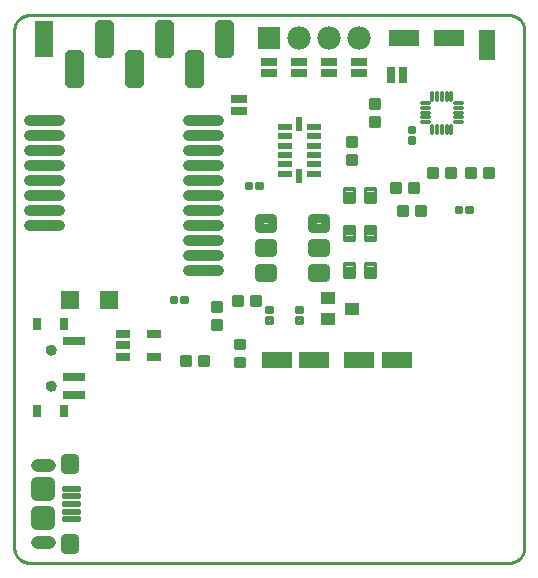
<source format=gts>
G75*
%MOIN*%
%OFA0B0*%
%FSLAX25Y25*%
%IPPOS*%
%LPD*%
%AMOC8*
5,1,8,0,0,1.08239X$1,22.5*
%
%ADD10C,0.01000*%
%ADD11R,0.10400X0.05400*%
%ADD12C,0.01450*%
%ADD13R,0.05400X0.10400*%
%ADD14C,0.03153*%
%ADD15R,0.05900X0.05900*%
%ADD16C,0.00850*%
%ADD17C,0.03200*%
%ADD18R,0.06400X0.12400*%
%ADD19R,0.07800X0.07800*%
%ADD20C,0.07800*%
%ADD21C,0.01100*%
%ADD22C,0.00975*%
%ADD23R,0.02900X0.05400*%
%ADD24R,0.05400X0.02900*%
%ADD25R,0.07487X0.03156*%
%ADD26R,0.03156X0.04400*%
%ADD27C,0.00000*%
%ADD28C,0.03600*%
%ADD29C,0.03600*%
%ADD30R,0.04900X0.04400*%
%ADD31R,0.05124X0.02369*%
%ADD32R,0.02369X0.05124*%
%ADD33C,0.01187*%
%ADD34R,0.05124X0.03117*%
%ADD35C,0.04400*%
%ADD36C,0.00987*%
%ADD37C,0.02956*%
%ADD38C,0.03940*%
D10*
X0008000Y0006500D02*
X0008000Y0179000D01*
X0008002Y0179140D01*
X0008008Y0179280D01*
X0008018Y0179420D01*
X0008031Y0179560D01*
X0008049Y0179699D01*
X0008071Y0179838D01*
X0008096Y0179975D01*
X0008125Y0180113D01*
X0008158Y0180249D01*
X0008195Y0180384D01*
X0008236Y0180518D01*
X0008281Y0180651D01*
X0008329Y0180783D01*
X0008381Y0180913D01*
X0008436Y0181042D01*
X0008495Y0181169D01*
X0008558Y0181295D01*
X0008624Y0181419D01*
X0008693Y0181540D01*
X0008766Y0181660D01*
X0008843Y0181778D01*
X0008922Y0181893D01*
X0009005Y0182007D01*
X0009091Y0182117D01*
X0009180Y0182226D01*
X0009272Y0182332D01*
X0009367Y0182435D01*
X0009464Y0182536D01*
X0009565Y0182633D01*
X0009668Y0182728D01*
X0009774Y0182820D01*
X0009883Y0182909D01*
X0009993Y0182995D01*
X0010107Y0183078D01*
X0010222Y0183157D01*
X0010340Y0183234D01*
X0010460Y0183307D01*
X0010581Y0183376D01*
X0010705Y0183442D01*
X0010831Y0183505D01*
X0010958Y0183564D01*
X0011087Y0183619D01*
X0011217Y0183671D01*
X0011349Y0183719D01*
X0011482Y0183764D01*
X0011616Y0183805D01*
X0011751Y0183842D01*
X0011887Y0183875D01*
X0012025Y0183904D01*
X0012162Y0183929D01*
X0012301Y0183951D01*
X0012440Y0183969D01*
X0012580Y0183982D01*
X0012720Y0183992D01*
X0012860Y0183998D01*
X0013000Y0184000D01*
X0173000Y0184000D01*
X0173140Y0183998D01*
X0173280Y0183992D01*
X0173420Y0183982D01*
X0173560Y0183969D01*
X0173699Y0183951D01*
X0173838Y0183929D01*
X0173975Y0183904D01*
X0174113Y0183875D01*
X0174249Y0183842D01*
X0174384Y0183805D01*
X0174518Y0183764D01*
X0174651Y0183719D01*
X0174783Y0183671D01*
X0174913Y0183619D01*
X0175042Y0183564D01*
X0175169Y0183505D01*
X0175295Y0183442D01*
X0175419Y0183376D01*
X0175540Y0183307D01*
X0175660Y0183234D01*
X0175778Y0183157D01*
X0175893Y0183078D01*
X0176007Y0182995D01*
X0176117Y0182909D01*
X0176226Y0182820D01*
X0176332Y0182728D01*
X0176435Y0182633D01*
X0176536Y0182536D01*
X0176633Y0182435D01*
X0176728Y0182332D01*
X0176820Y0182226D01*
X0176909Y0182117D01*
X0176995Y0182007D01*
X0177078Y0181893D01*
X0177157Y0181778D01*
X0177234Y0181660D01*
X0177307Y0181540D01*
X0177376Y0181419D01*
X0177442Y0181295D01*
X0177505Y0181169D01*
X0177564Y0181042D01*
X0177619Y0180913D01*
X0177671Y0180783D01*
X0177719Y0180651D01*
X0177764Y0180518D01*
X0177805Y0180384D01*
X0177842Y0180249D01*
X0177875Y0180113D01*
X0177904Y0179975D01*
X0177929Y0179838D01*
X0177951Y0179699D01*
X0177969Y0179560D01*
X0177982Y0179420D01*
X0177992Y0179280D01*
X0177998Y0179140D01*
X0178000Y0179000D01*
X0178000Y0006500D01*
X0177998Y0006360D01*
X0177992Y0006220D01*
X0177982Y0006080D01*
X0177969Y0005940D01*
X0177951Y0005801D01*
X0177929Y0005662D01*
X0177904Y0005525D01*
X0177875Y0005387D01*
X0177842Y0005251D01*
X0177805Y0005116D01*
X0177764Y0004982D01*
X0177719Y0004849D01*
X0177671Y0004717D01*
X0177619Y0004587D01*
X0177564Y0004458D01*
X0177505Y0004331D01*
X0177442Y0004205D01*
X0177376Y0004081D01*
X0177307Y0003960D01*
X0177234Y0003840D01*
X0177157Y0003722D01*
X0177078Y0003607D01*
X0176995Y0003493D01*
X0176909Y0003383D01*
X0176820Y0003274D01*
X0176728Y0003168D01*
X0176633Y0003065D01*
X0176536Y0002964D01*
X0176435Y0002867D01*
X0176332Y0002772D01*
X0176226Y0002680D01*
X0176117Y0002591D01*
X0176007Y0002505D01*
X0175893Y0002422D01*
X0175778Y0002343D01*
X0175660Y0002266D01*
X0175540Y0002193D01*
X0175419Y0002124D01*
X0175295Y0002058D01*
X0175169Y0001995D01*
X0175042Y0001936D01*
X0174913Y0001881D01*
X0174783Y0001829D01*
X0174651Y0001781D01*
X0174518Y0001736D01*
X0174384Y0001695D01*
X0174249Y0001658D01*
X0174113Y0001625D01*
X0173975Y0001596D01*
X0173838Y0001571D01*
X0173699Y0001549D01*
X0173560Y0001531D01*
X0173420Y0001518D01*
X0173280Y0001508D01*
X0173140Y0001502D01*
X0173000Y0001500D01*
X0013000Y0001500D01*
X0012860Y0001502D01*
X0012720Y0001508D01*
X0012580Y0001518D01*
X0012440Y0001531D01*
X0012301Y0001549D01*
X0012162Y0001571D01*
X0012025Y0001596D01*
X0011887Y0001625D01*
X0011751Y0001658D01*
X0011616Y0001695D01*
X0011482Y0001736D01*
X0011349Y0001781D01*
X0011217Y0001829D01*
X0011087Y0001881D01*
X0010958Y0001936D01*
X0010831Y0001995D01*
X0010705Y0002058D01*
X0010581Y0002124D01*
X0010460Y0002193D01*
X0010340Y0002266D01*
X0010222Y0002343D01*
X0010107Y0002422D01*
X0009993Y0002505D01*
X0009883Y0002591D01*
X0009774Y0002680D01*
X0009668Y0002772D01*
X0009565Y0002867D01*
X0009464Y0002964D01*
X0009367Y0003065D01*
X0009272Y0003168D01*
X0009180Y0003274D01*
X0009091Y0003383D01*
X0009005Y0003493D01*
X0008922Y0003607D01*
X0008843Y0003722D01*
X0008766Y0003840D01*
X0008693Y0003960D01*
X0008624Y0004081D01*
X0008558Y0004205D01*
X0008495Y0004331D01*
X0008436Y0004458D01*
X0008381Y0004587D01*
X0008329Y0004717D01*
X0008281Y0004849D01*
X0008236Y0004982D01*
X0008195Y0005116D01*
X0008158Y0005251D01*
X0008125Y0005387D01*
X0008096Y0005525D01*
X0008071Y0005662D01*
X0008049Y0005801D01*
X0008031Y0005940D01*
X0008018Y0006080D01*
X0008008Y0006220D01*
X0008002Y0006360D01*
X0008000Y0006500D01*
D11*
X0095500Y0069000D03*
X0108000Y0069000D03*
X0123000Y0069000D03*
X0135500Y0069000D03*
X0138000Y0176500D03*
X0153000Y0176500D03*
D12*
X0139775Y0146475D02*
X0139775Y0145025D01*
X0139775Y0146475D02*
X0141225Y0146475D01*
X0141225Y0145025D01*
X0139775Y0145025D01*
X0139775Y0146474D02*
X0141225Y0146474D01*
X0139775Y0142975D02*
X0139775Y0141525D01*
X0139775Y0142975D02*
X0141225Y0142975D01*
X0141225Y0141525D01*
X0139775Y0141525D01*
X0139775Y0142974D02*
X0141225Y0142974D01*
X0155525Y0118275D02*
X0156975Y0118275D01*
X0155525Y0118275D02*
X0155525Y0119725D01*
X0156975Y0119725D01*
X0156975Y0118275D01*
X0156975Y0119724D02*
X0155525Y0119724D01*
X0159025Y0118275D02*
X0160475Y0118275D01*
X0159025Y0118275D02*
X0159025Y0119725D01*
X0160475Y0119725D01*
X0160475Y0118275D01*
X0160475Y0119724D02*
X0159025Y0119724D01*
X0102275Y0086475D02*
X0102275Y0085025D01*
X0102275Y0086475D02*
X0103725Y0086475D01*
X0103725Y0085025D01*
X0102275Y0085025D01*
X0102275Y0086474D02*
X0103725Y0086474D01*
X0102275Y0082975D02*
X0102275Y0081525D01*
X0102275Y0082975D02*
X0103725Y0082975D01*
X0103725Y0081525D01*
X0102275Y0081525D01*
X0102275Y0082974D02*
X0103725Y0082974D01*
X0092275Y0082975D02*
X0092275Y0081525D01*
X0092275Y0082975D02*
X0093725Y0082975D01*
X0093725Y0081525D01*
X0092275Y0081525D01*
X0092275Y0082974D02*
X0093725Y0082974D01*
X0092275Y0085025D02*
X0092275Y0086475D01*
X0093725Y0086475D01*
X0093725Y0085025D01*
X0092275Y0085025D01*
X0092275Y0086474D02*
X0093725Y0086474D01*
X0065475Y0089725D02*
X0064025Y0089725D01*
X0065475Y0089725D02*
X0065475Y0088275D01*
X0064025Y0088275D01*
X0064025Y0089725D01*
X0064025Y0089724D02*
X0065475Y0089724D01*
X0061975Y0089725D02*
X0060525Y0089725D01*
X0061975Y0089725D02*
X0061975Y0088275D01*
X0060525Y0088275D01*
X0060525Y0089725D01*
X0060525Y0089724D02*
X0061975Y0089724D01*
X0085525Y0127725D02*
X0086975Y0127725D01*
X0086975Y0126275D01*
X0085525Y0126275D01*
X0085525Y0127725D01*
X0085525Y0127724D02*
X0086975Y0127724D01*
X0089025Y0127725D02*
X0090475Y0127725D01*
X0090475Y0126275D01*
X0089025Y0126275D01*
X0089025Y0127725D01*
X0089025Y0127724D02*
X0090475Y0127724D01*
D13*
X0165500Y0174000D03*
D14*
X0111525Y0116345D02*
X0107191Y0116345D01*
X0111525Y0116345D02*
X0111525Y0113191D01*
X0107191Y0113191D01*
X0107191Y0116345D01*
X0107191Y0116343D02*
X0111525Y0116343D01*
X0111525Y0108077D02*
X0107191Y0108077D01*
X0111525Y0108077D02*
X0111525Y0104923D01*
X0107191Y0104923D01*
X0107191Y0108077D01*
X0107191Y0108075D02*
X0111525Y0108075D01*
X0111525Y0099809D02*
X0107191Y0099809D01*
X0111525Y0099809D02*
X0111525Y0096655D01*
X0107191Y0096655D01*
X0107191Y0099809D01*
X0107191Y0099807D02*
X0111525Y0099807D01*
X0093809Y0099809D02*
X0089475Y0099809D01*
X0093809Y0099809D02*
X0093809Y0096655D01*
X0089475Y0096655D01*
X0089475Y0099809D01*
X0089475Y0099807D02*
X0093809Y0099807D01*
X0093809Y0108077D02*
X0089475Y0108077D01*
X0093809Y0108077D02*
X0093809Y0104923D01*
X0089475Y0104923D01*
X0089475Y0108077D01*
X0089475Y0108075D02*
X0093809Y0108075D01*
X0093809Y0116345D02*
X0089475Y0116345D01*
X0093809Y0116345D02*
X0093809Y0113191D01*
X0089475Y0113191D01*
X0089475Y0116345D01*
X0089475Y0116343D02*
X0093809Y0116343D01*
D15*
X0039500Y0089000D03*
X0026500Y0089000D03*
D16*
X0084525Y0075775D02*
X0084525Y0073225D01*
X0081475Y0073225D01*
X0081475Y0075775D01*
X0084525Y0075775D01*
X0084525Y0074074D02*
X0081475Y0074074D01*
X0081475Y0074923D02*
X0084525Y0074923D01*
X0084525Y0075772D02*
X0081475Y0075772D01*
X0084525Y0069775D02*
X0084525Y0067225D01*
X0081475Y0067225D01*
X0081475Y0069775D01*
X0084525Y0069775D01*
X0084525Y0068074D02*
X0081475Y0068074D01*
X0081475Y0068923D02*
X0084525Y0068923D01*
X0084525Y0069772D02*
X0081475Y0069772D01*
D17*
X0069600Y0161526D02*
X0069600Y0170726D01*
X0069600Y0161526D02*
X0066400Y0161526D01*
X0066400Y0170726D01*
X0069600Y0170726D01*
X0069600Y0164725D02*
X0066400Y0164725D01*
X0066400Y0167924D02*
X0069600Y0167924D01*
X0079600Y0171526D02*
X0079600Y0180726D01*
X0079600Y0171526D02*
X0076400Y0171526D01*
X0076400Y0180726D01*
X0079600Y0180726D01*
X0079600Y0174725D02*
X0076400Y0174725D01*
X0076400Y0177924D02*
X0079600Y0177924D01*
X0059600Y0180726D02*
X0059600Y0171526D01*
X0056400Y0171526D01*
X0056400Y0180726D01*
X0059600Y0180726D01*
X0059600Y0174725D02*
X0056400Y0174725D01*
X0056400Y0177924D02*
X0059600Y0177924D01*
X0049600Y0170726D02*
X0049600Y0161526D01*
X0046400Y0161526D01*
X0046400Y0170726D01*
X0049600Y0170726D01*
X0049600Y0164725D02*
X0046400Y0164725D01*
X0046400Y0167924D02*
X0049600Y0167924D01*
X0039600Y0171526D02*
X0039600Y0180726D01*
X0039600Y0171526D02*
X0036400Y0171526D01*
X0036400Y0180726D01*
X0039600Y0180726D01*
X0039600Y0174725D02*
X0036400Y0174725D01*
X0036400Y0177924D02*
X0039600Y0177924D01*
X0029600Y0170726D02*
X0029600Y0161526D01*
X0026400Y0161526D01*
X0026400Y0170726D01*
X0029600Y0170726D01*
X0029600Y0164725D02*
X0026400Y0164725D01*
X0026400Y0167924D02*
X0029600Y0167924D01*
D18*
X0018000Y0176126D03*
D19*
X0093000Y0176500D03*
D20*
X0103000Y0176500D03*
X0113000Y0176500D03*
X0123000Y0176500D03*
D21*
X0121150Y0121600D02*
X0117850Y0121600D01*
X0117850Y0126400D01*
X0121150Y0126400D01*
X0121150Y0121600D01*
X0121150Y0122699D02*
X0117850Y0122699D01*
X0117850Y0123798D02*
X0121150Y0123798D01*
X0121150Y0124897D02*
X0117850Y0124897D01*
X0117850Y0125996D02*
X0121150Y0125996D01*
X0124850Y0121600D02*
X0128150Y0121600D01*
X0124850Y0121600D02*
X0124850Y0126400D01*
X0128150Y0126400D01*
X0128150Y0121600D01*
X0128150Y0122699D02*
X0124850Y0122699D01*
X0124850Y0123798D02*
X0128150Y0123798D01*
X0128150Y0124897D02*
X0124850Y0124897D01*
X0124850Y0125996D02*
X0128150Y0125996D01*
X0128150Y0109100D02*
X0124850Y0109100D01*
X0124850Y0113900D01*
X0128150Y0113900D01*
X0128150Y0109100D01*
X0128150Y0110199D02*
X0124850Y0110199D01*
X0124850Y0111298D02*
X0128150Y0111298D01*
X0128150Y0112397D02*
X0124850Y0112397D01*
X0124850Y0113496D02*
X0128150Y0113496D01*
X0121150Y0109100D02*
X0117850Y0109100D01*
X0117850Y0113900D01*
X0121150Y0113900D01*
X0121150Y0109100D01*
X0121150Y0110199D02*
X0117850Y0110199D01*
X0117850Y0111298D02*
X0121150Y0111298D01*
X0121150Y0112397D02*
X0117850Y0112397D01*
X0117850Y0113496D02*
X0121150Y0113496D01*
X0121150Y0096600D02*
X0117850Y0096600D01*
X0117850Y0101400D01*
X0121150Y0101400D01*
X0121150Y0096600D01*
X0121150Y0097699D02*
X0117850Y0097699D01*
X0117850Y0098798D02*
X0121150Y0098798D01*
X0121150Y0099897D02*
X0117850Y0099897D01*
X0117850Y0100996D02*
X0121150Y0100996D01*
X0124850Y0096600D02*
X0128150Y0096600D01*
X0124850Y0096600D02*
X0124850Y0101400D01*
X0128150Y0101400D01*
X0128150Y0096600D01*
X0128150Y0097699D02*
X0124850Y0097699D01*
X0124850Y0098798D02*
X0128150Y0098798D01*
X0128150Y0099897D02*
X0124850Y0099897D01*
X0124850Y0100996D02*
X0128150Y0100996D01*
D22*
X0136037Y0117537D02*
X0138963Y0117537D01*
X0136037Y0117537D02*
X0136037Y0120463D01*
X0138963Y0120463D01*
X0138963Y0117537D01*
X0138963Y0118511D02*
X0136037Y0118511D01*
X0136037Y0119485D02*
X0138963Y0119485D01*
X0138963Y0120459D02*
X0136037Y0120459D01*
X0136463Y0125037D02*
X0133537Y0125037D01*
X0133537Y0127963D01*
X0136463Y0127963D01*
X0136463Y0125037D01*
X0136463Y0126011D02*
X0133537Y0126011D01*
X0133537Y0126985D02*
X0136463Y0126985D01*
X0136463Y0127959D02*
X0133537Y0127959D01*
X0139537Y0125037D02*
X0142463Y0125037D01*
X0139537Y0125037D02*
X0139537Y0127963D01*
X0142463Y0127963D01*
X0142463Y0125037D01*
X0142463Y0126011D02*
X0139537Y0126011D01*
X0139537Y0126985D02*
X0142463Y0126985D01*
X0142463Y0127959D02*
X0139537Y0127959D01*
X0146037Y0130037D02*
X0148963Y0130037D01*
X0146037Y0130037D02*
X0146037Y0132963D01*
X0148963Y0132963D01*
X0148963Y0130037D01*
X0148963Y0131011D02*
X0146037Y0131011D01*
X0146037Y0131985D02*
X0148963Y0131985D01*
X0148963Y0132959D02*
X0146037Y0132959D01*
X0152037Y0130037D02*
X0154963Y0130037D01*
X0152037Y0130037D02*
X0152037Y0132963D01*
X0154963Y0132963D01*
X0154963Y0130037D01*
X0154963Y0131011D02*
X0152037Y0131011D01*
X0152037Y0131985D02*
X0154963Y0131985D01*
X0154963Y0132959D02*
X0152037Y0132959D01*
X0158537Y0132963D02*
X0161463Y0132963D01*
X0161463Y0130037D01*
X0158537Y0130037D01*
X0158537Y0132963D01*
X0158537Y0131011D02*
X0161463Y0131011D01*
X0161463Y0131985D02*
X0158537Y0131985D01*
X0158537Y0132959D02*
X0161463Y0132959D01*
X0164537Y0132963D02*
X0167463Y0132963D01*
X0167463Y0130037D01*
X0164537Y0130037D01*
X0164537Y0132963D01*
X0164537Y0131011D02*
X0167463Y0131011D01*
X0167463Y0131985D02*
X0164537Y0131985D01*
X0164537Y0132959D02*
X0167463Y0132959D01*
X0144963Y0117537D02*
X0142037Y0117537D01*
X0142037Y0120463D01*
X0144963Y0120463D01*
X0144963Y0117537D01*
X0144963Y0118511D02*
X0142037Y0118511D01*
X0142037Y0119485D02*
X0144963Y0119485D01*
X0144963Y0120459D02*
X0142037Y0120459D01*
X0119037Y0134537D02*
X0119037Y0137463D01*
X0121963Y0137463D01*
X0121963Y0134537D01*
X0119037Y0134537D01*
X0119037Y0135511D02*
X0121963Y0135511D01*
X0121963Y0136485D02*
X0119037Y0136485D01*
X0119037Y0137459D02*
X0121963Y0137459D01*
X0119037Y0140537D02*
X0119037Y0143463D01*
X0121963Y0143463D01*
X0121963Y0140537D01*
X0119037Y0140537D01*
X0119037Y0141511D02*
X0121963Y0141511D01*
X0121963Y0142485D02*
X0119037Y0142485D01*
X0119037Y0143459D02*
X0121963Y0143459D01*
X0129463Y0147037D02*
X0129463Y0149963D01*
X0129463Y0147037D02*
X0126537Y0147037D01*
X0126537Y0149963D01*
X0129463Y0149963D01*
X0129463Y0148011D02*
X0126537Y0148011D01*
X0126537Y0148985D02*
X0129463Y0148985D01*
X0129463Y0149959D02*
X0126537Y0149959D01*
X0129463Y0153037D02*
X0129463Y0155963D01*
X0129463Y0153037D02*
X0126537Y0153037D01*
X0126537Y0155963D01*
X0129463Y0155963D01*
X0129463Y0154011D02*
X0126537Y0154011D01*
X0126537Y0154985D02*
X0129463Y0154985D01*
X0129463Y0155959D02*
X0126537Y0155959D01*
X0089963Y0090463D02*
X0087037Y0090463D01*
X0089963Y0090463D02*
X0089963Y0087537D01*
X0087037Y0087537D01*
X0087037Y0090463D01*
X0087037Y0088511D02*
X0089963Y0088511D01*
X0089963Y0089485D02*
X0087037Y0089485D01*
X0087037Y0090459D02*
X0089963Y0090459D01*
X0083963Y0090463D02*
X0081037Y0090463D01*
X0083963Y0090463D02*
X0083963Y0087537D01*
X0081037Y0087537D01*
X0081037Y0090463D01*
X0081037Y0088511D02*
X0083963Y0088511D01*
X0083963Y0089485D02*
X0081037Y0089485D01*
X0081037Y0090459D02*
X0083963Y0090459D01*
X0074037Y0088463D02*
X0074037Y0085537D01*
X0074037Y0088463D02*
X0076963Y0088463D01*
X0076963Y0085537D01*
X0074037Y0085537D01*
X0074037Y0086511D02*
X0076963Y0086511D01*
X0076963Y0087485D02*
X0074037Y0087485D01*
X0074037Y0088459D02*
X0076963Y0088459D01*
X0074037Y0082463D02*
X0074037Y0079537D01*
X0074037Y0082463D02*
X0076963Y0082463D01*
X0076963Y0079537D01*
X0074037Y0079537D01*
X0074037Y0080511D02*
X0076963Y0080511D01*
X0076963Y0081485D02*
X0074037Y0081485D01*
X0074037Y0082459D02*
X0076963Y0082459D01*
X0072463Y0067537D02*
X0069537Y0067537D01*
X0069537Y0070463D01*
X0072463Y0070463D01*
X0072463Y0067537D01*
X0072463Y0068511D02*
X0069537Y0068511D01*
X0069537Y0069485D02*
X0072463Y0069485D01*
X0072463Y0070459D02*
X0069537Y0070459D01*
X0066463Y0067537D02*
X0063537Y0067537D01*
X0063537Y0070463D01*
X0066463Y0070463D01*
X0066463Y0067537D01*
X0066463Y0068511D02*
X0063537Y0068511D01*
X0063537Y0069485D02*
X0066463Y0069485D01*
X0066463Y0070459D02*
X0063537Y0070459D01*
D23*
X0133500Y0164000D03*
X0137500Y0164000D03*
D24*
X0123000Y0164728D03*
X0123000Y0168272D03*
X0113000Y0168272D03*
X0113000Y0164728D03*
X0103000Y0164728D03*
X0103000Y0168272D03*
X0093000Y0168272D03*
X0093000Y0164728D03*
X0083000Y0156000D03*
X0083000Y0152000D03*
D25*
X0027913Y0075500D03*
X0027913Y0063500D03*
X0027913Y0057500D03*
D26*
X0024654Y0052000D03*
X0015598Y0052000D03*
X0015598Y0081000D03*
X0024654Y0081000D03*
D27*
X0018526Y0072500D02*
X0018528Y0072580D01*
X0018534Y0072659D01*
X0018544Y0072738D01*
X0018558Y0072817D01*
X0018575Y0072895D01*
X0018597Y0072972D01*
X0018622Y0073047D01*
X0018652Y0073121D01*
X0018684Y0073194D01*
X0018721Y0073265D01*
X0018761Y0073334D01*
X0018804Y0073401D01*
X0018851Y0073466D01*
X0018900Y0073528D01*
X0018953Y0073588D01*
X0019009Y0073645D01*
X0019067Y0073700D01*
X0019128Y0073751D01*
X0019192Y0073799D01*
X0019258Y0073844D01*
X0019326Y0073886D01*
X0019396Y0073924D01*
X0019468Y0073958D01*
X0019541Y0073989D01*
X0019616Y0074017D01*
X0019693Y0074040D01*
X0019770Y0074060D01*
X0019848Y0074076D01*
X0019927Y0074088D01*
X0020006Y0074096D01*
X0020086Y0074100D01*
X0020166Y0074100D01*
X0020246Y0074096D01*
X0020325Y0074088D01*
X0020404Y0074076D01*
X0020482Y0074060D01*
X0020559Y0074040D01*
X0020636Y0074017D01*
X0020711Y0073989D01*
X0020784Y0073958D01*
X0020856Y0073924D01*
X0020926Y0073886D01*
X0020994Y0073844D01*
X0021060Y0073799D01*
X0021124Y0073751D01*
X0021185Y0073700D01*
X0021243Y0073645D01*
X0021299Y0073588D01*
X0021352Y0073528D01*
X0021401Y0073466D01*
X0021448Y0073401D01*
X0021491Y0073334D01*
X0021531Y0073265D01*
X0021568Y0073194D01*
X0021600Y0073121D01*
X0021630Y0073047D01*
X0021655Y0072972D01*
X0021677Y0072895D01*
X0021694Y0072817D01*
X0021708Y0072738D01*
X0021718Y0072659D01*
X0021724Y0072580D01*
X0021726Y0072500D01*
X0021724Y0072420D01*
X0021718Y0072341D01*
X0021708Y0072262D01*
X0021694Y0072183D01*
X0021677Y0072105D01*
X0021655Y0072028D01*
X0021630Y0071953D01*
X0021600Y0071879D01*
X0021568Y0071806D01*
X0021531Y0071735D01*
X0021491Y0071666D01*
X0021448Y0071599D01*
X0021401Y0071534D01*
X0021352Y0071472D01*
X0021299Y0071412D01*
X0021243Y0071355D01*
X0021185Y0071300D01*
X0021124Y0071249D01*
X0021060Y0071201D01*
X0020994Y0071156D01*
X0020926Y0071114D01*
X0020856Y0071076D01*
X0020784Y0071042D01*
X0020711Y0071011D01*
X0020636Y0070983D01*
X0020559Y0070960D01*
X0020482Y0070940D01*
X0020404Y0070924D01*
X0020325Y0070912D01*
X0020246Y0070904D01*
X0020166Y0070900D01*
X0020086Y0070900D01*
X0020006Y0070904D01*
X0019927Y0070912D01*
X0019848Y0070924D01*
X0019770Y0070940D01*
X0019693Y0070960D01*
X0019616Y0070983D01*
X0019541Y0071011D01*
X0019468Y0071042D01*
X0019396Y0071076D01*
X0019326Y0071114D01*
X0019258Y0071156D01*
X0019192Y0071201D01*
X0019128Y0071249D01*
X0019067Y0071300D01*
X0019009Y0071355D01*
X0018953Y0071412D01*
X0018900Y0071472D01*
X0018851Y0071534D01*
X0018804Y0071599D01*
X0018761Y0071666D01*
X0018721Y0071735D01*
X0018684Y0071806D01*
X0018652Y0071879D01*
X0018622Y0071953D01*
X0018597Y0072028D01*
X0018575Y0072105D01*
X0018558Y0072183D01*
X0018544Y0072262D01*
X0018534Y0072341D01*
X0018528Y0072420D01*
X0018526Y0072500D01*
X0018526Y0060500D02*
X0018528Y0060580D01*
X0018534Y0060659D01*
X0018544Y0060738D01*
X0018558Y0060817D01*
X0018575Y0060895D01*
X0018597Y0060972D01*
X0018622Y0061047D01*
X0018652Y0061121D01*
X0018684Y0061194D01*
X0018721Y0061265D01*
X0018761Y0061334D01*
X0018804Y0061401D01*
X0018851Y0061466D01*
X0018900Y0061528D01*
X0018953Y0061588D01*
X0019009Y0061645D01*
X0019067Y0061700D01*
X0019128Y0061751D01*
X0019192Y0061799D01*
X0019258Y0061844D01*
X0019326Y0061886D01*
X0019396Y0061924D01*
X0019468Y0061958D01*
X0019541Y0061989D01*
X0019616Y0062017D01*
X0019693Y0062040D01*
X0019770Y0062060D01*
X0019848Y0062076D01*
X0019927Y0062088D01*
X0020006Y0062096D01*
X0020086Y0062100D01*
X0020166Y0062100D01*
X0020246Y0062096D01*
X0020325Y0062088D01*
X0020404Y0062076D01*
X0020482Y0062060D01*
X0020559Y0062040D01*
X0020636Y0062017D01*
X0020711Y0061989D01*
X0020784Y0061958D01*
X0020856Y0061924D01*
X0020926Y0061886D01*
X0020994Y0061844D01*
X0021060Y0061799D01*
X0021124Y0061751D01*
X0021185Y0061700D01*
X0021243Y0061645D01*
X0021299Y0061588D01*
X0021352Y0061528D01*
X0021401Y0061466D01*
X0021448Y0061401D01*
X0021491Y0061334D01*
X0021531Y0061265D01*
X0021568Y0061194D01*
X0021600Y0061121D01*
X0021630Y0061047D01*
X0021655Y0060972D01*
X0021677Y0060895D01*
X0021694Y0060817D01*
X0021708Y0060738D01*
X0021718Y0060659D01*
X0021724Y0060580D01*
X0021726Y0060500D01*
X0021724Y0060420D01*
X0021718Y0060341D01*
X0021708Y0060262D01*
X0021694Y0060183D01*
X0021677Y0060105D01*
X0021655Y0060028D01*
X0021630Y0059953D01*
X0021600Y0059879D01*
X0021568Y0059806D01*
X0021531Y0059735D01*
X0021491Y0059666D01*
X0021448Y0059599D01*
X0021401Y0059534D01*
X0021352Y0059472D01*
X0021299Y0059412D01*
X0021243Y0059355D01*
X0021185Y0059300D01*
X0021124Y0059249D01*
X0021060Y0059201D01*
X0020994Y0059156D01*
X0020926Y0059114D01*
X0020856Y0059076D01*
X0020784Y0059042D01*
X0020711Y0059011D01*
X0020636Y0058983D01*
X0020559Y0058960D01*
X0020482Y0058940D01*
X0020404Y0058924D01*
X0020325Y0058912D01*
X0020246Y0058904D01*
X0020166Y0058900D01*
X0020086Y0058900D01*
X0020006Y0058904D01*
X0019927Y0058912D01*
X0019848Y0058924D01*
X0019770Y0058940D01*
X0019693Y0058960D01*
X0019616Y0058983D01*
X0019541Y0059011D01*
X0019468Y0059042D01*
X0019396Y0059076D01*
X0019326Y0059114D01*
X0019258Y0059156D01*
X0019192Y0059201D01*
X0019128Y0059249D01*
X0019067Y0059300D01*
X0019009Y0059355D01*
X0018953Y0059412D01*
X0018900Y0059472D01*
X0018851Y0059534D01*
X0018804Y0059599D01*
X0018761Y0059666D01*
X0018721Y0059735D01*
X0018684Y0059806D01*
X0018652Y0059879D01*
X0018622Y0059953D01*
X0018597Y0060028D01*
X0018575Y0060105D01*
X0018558Y0060183D01*
X0018544Y0060262D01*
X0018534Y0060341D01*
X0018528Y0060420D01*
X0018526Y0060500D01*
D28*
X0020126Y0060500D03*
X0020126Y0072500D03*
D29*
X0023000Y0114000D02*
X0013000Y0114000D01*
X0013000Y0119000D02*
X0023000Y0119000D01*
X0023000Y0124000D02*
X0013000Y0124000D01*
X0013000Y0129000D02*
X0023000Y0129000D01*
X0023000Y0134000D02*
X0013000Y0134000D01*
X0013000Y0139000D02*
X0023000Y0139000D01*
X0023000Y0144000D02*
X0013000Y0144000D01*
X0013000Y0149000D02*
X0023000Y0149000D01*
X0065800Y0149100D02*
X0075800Y0149100D01*
X0075800Y0144100D02*
X0065800Y0144100D01*
X0065800Y0139100D02*
X0075800Y0139100D01*
X0075800Y0134100D02*
X0065800Y0134100D01*
X0065800Y0129100D02*
X0075800Y0129100D01*
X0075800Y0124100D02*
X0065800Y0124100D01*
X0065800Y0119100D02*
X0075800Y0119100D01*
X0075800Y0114100D02*
X0065800Y0114100D01*
X0065800Y0109100D02*
X0075800Y0109100D01*
X0075800Y0104100D02*
X0065800Y0104100D01*
X0065800Y0099100D02*
X0075800Y0099100D01*
D30*
X0112563Y0089626D03*
X0112563Y0082626D03*
X0120563Y0086126D03*
D31*
X0107724Y0131126D03*
X0107724Y0134276D03*
X0107724Y0137425D03*
X0107724Y0140575D03*
X0107724Y0143724D03*
X0107724Y0146874D03*
X0098276Y0146874D03*
X0098276Y0143724D03*
X0098276Y0140575D03*
X0098276Y0137425D03*
X0098276Y0134276D03*
X0098276Y0131126D03*
D32*
X0103000Y0130339D03*
X0103000Y0147661D03*
D33*
X0143806Y0148350D02*
X0146170Y0148350D01*
X0143806Y0148350D02*
X0143806Y0148350D01*
X0146170Y0148350D01*
X0146170Y0148350D01*
X0146170Y0149925D02*
X0143806Y0149925D01*
X0143806Y0149925D01*
X0146170Y0149925D01*
X0146170Y0149925D01*
X0146170Y0151500D02*
X0143806Y0151500D01*
X0143806Y0151500D01*
X0146170Y0151500D01*
X0146170Y0151500D01*
X0146170Y0153075D02*
X0143806Y0153075D01*
X0143806Y0153075D01*
X0146170Y0153075D01*
X0146170Y0153075D01*
X0146170Y0154650D02*
X0143806Y0154650D01*
X0143806Y0154650D01*
X0146170Y0154650D01*
X0146170Y0154650D01*
X0147350Y0155830D02*
X0147350Y0158194D01*
X0147350Y0158194D01*
X0147350Y0155830D01*
X0147350Y0155830D01*
X0147350Y0157016D02*
X0147350Y0157016D01*
X0148925Y0158194D02*
X0148925Y0155830D01*
X0148925Y0158194D02*
X0148925Y0158194D01*
X0148925Y0155830D01*
X0148925Y0155830D01*
X0148925Y0157016D02*
X0148925Y0157016D01*
X0150500Y0158194D02*
X0150500Y0155830D01*
X0150500Y0158194D02*
X0150500Y0158194D01*
X0150500Y0155830D01*
X0150500Y0155830D01*
X0150500Y0157016D02*
X0150500Y0157016D01*
X0152075Y0158194D02*
X0152075Y0155830D01*
X0152075Y0158194D02*
X0152075Y0158194D01*
X0152075Y0155830D01*
X0152075Y0155830D01*
X0152075Y0157016D02*
X0152075Y0157016D01*
X0153650Y0158194D02*
X0153650Y0155830D01*
X0153650Y0158194D02*
X0153650Y0158194D01*
X0153650Y0155830D01*
X0153650Y0155830D01*
X0153650Y0157016D02*
X0153650Y0157016D01*
X0154830Y0154650D02*
X0157194Y0154650D01*
X0157194Y0154650D01*
X0154830Y0154650D01*
X0154830Y0154650D01*
X0154830Y0153075D02*
X0157194Y0153075D01*
X0157194Y0153075D01*
X0154830Y0153075D01*
X0154830Y0153075D01*
X0154830Y0151500D02*
X0157194Y0151500D01*
X0157194Y0151500D01*
X0154830Y0151500D01*
X0154830Y0151500D01*
X0154830Y0149925D02*
X0157194Y0149925D01*
X0157194Y0149925D01*
X0154830Y0149925D01*
X0154830Y0149925D01*
X0154830Y0148350D02*
X0157194Y0148350D01*
X0157194Y0148350D01*
X0154830Y0148350D01*
X0154830Y0148350D01*
X0153650Y0147170D02*
X0153650Y0144806D01*
X0153650Y0144806D01*
X0153650Y0147170D01*
X0153650Y0147170D01*
X0153650Y0145992D02*
X0153650Y0145992D01*
X0152075Y0147170D02*
X0152075Y0144806D01*
X0152075Y0144806D01*
X0152075Y0147170D01*
X0152075Y0147170D01*
X0152075Y0145992D02*
X0152075Y0145992D01*
X0150500Y0147170D02*
X0150500Y0144806D01*
X0150500Y0144806D01*
X0150500Y0147170D01*
X0150500Y0147170D01*
X0150500Y0145992D02*
X0150500Y0145992D01*
X0148925Y0147170D02*
X0148925Y0144806D01*
X0148925Y0144806D01*
X0148925Y0147170D01*
X0148925Y0147170D01*
X0148925Y0145992D02*
X0148925Y0145992D01*
X0147350Y0147170D02*
X0147350Y0144806D01*
X0147350Y0144806D01*
X0147350Y0147170D01*
X0147350Y0147170D01*
X0147350Y0145992D02*
X0147350Y0145992D01*
D34*
X0054437Y0077720D03*
X0054437Y0070240D03*
X0044200Y0070240D03*
X0044200Y0073980D03*
X0044200Y0077720D03*
D35*
X0019469Y0034242D02*
X0015469Y0034242D01*
X0015469Y0008258D02*
X0019469Y0008258D01*
D36*
X0029676Y0015638D02*
X0029676Y0016626D01*
X0029676Y0015638D02*
X0024356Y0015638D01*
X0024356Y0016626D01*
X0029676Y0016626D01*
X0029676Y0016624D02*
X0024356Y0016624D01*
X0029676Y0018197D02*
X0029676Y0019185D01*
X0029676Y0018197D02*
X0024356Y0018197D01*
X0024356Y0019185D01*
X0029676Y0019185D01*
X0029676Y0019183D02*
X0024356Y0019183D01*
X0029676Y0020756D02*
X0029676Y0021744D01*
X0029676Y0020756D02*
X0024356Y0020756D01*
X0024356Y0021744D01*
X0029676Y0021744D01*
X0029676Y0021742D02*
X0024356Y0021742D01*
X0029676Y0023315D02*
X0029676Y0024303D01*
X0029676Y0023315D02*
X0024356Y0023315D01*
X0024356Y0024303D01*
X0029676Y0024303D01*
X0029676Y0024301D02*
X0024356Y0024301D01*
X0029676Y0025874D02*
X0029676Y0026862D01*
X0029676Y0025874D02*
X0024356Y0025874D01*
X0024356Y0026862D01*
X0029676Y0026862D01*
X0029676Y0026860D02*
X0024356Y0026860D01*
D37*
X0024841Y0032765D02*
X0027797Y0032765D01*
X0024841Y0032765D02*
X0024841Y0036507D01*
X0027797Y0036507D01*
X0027797Y0032765D01*
X0027797Y0035720D02*
X0024841Y0035720D01*
X0024841Y0005993D02*
X0027797Y0005993D01*
X0024841Y0005993D02*
X0024841Y0009735D01*
X0027797Y0009735D01*
X0027797Y0005993D01*
X0027797Y0008948D02*
X0024841Y0008948D01*
D38*
X0015499Y0014556D02*
X0015499Y0018496D01*
X0019439Y0018496D01*
X0019439Y0014556D01*
X0015499Y0014556D01*
X0015499Y0018495D02*
X0019439Y0018495D01*
X0015499Y0024004D02*
X0015499Y0027944D01*
X0019439Y0027944D01*
X0019439Y0024004D01*
X0015499Y0024004D01*
X0015499Y0027943D02*
X0019439Y0027943D01*
M02*

</source>
